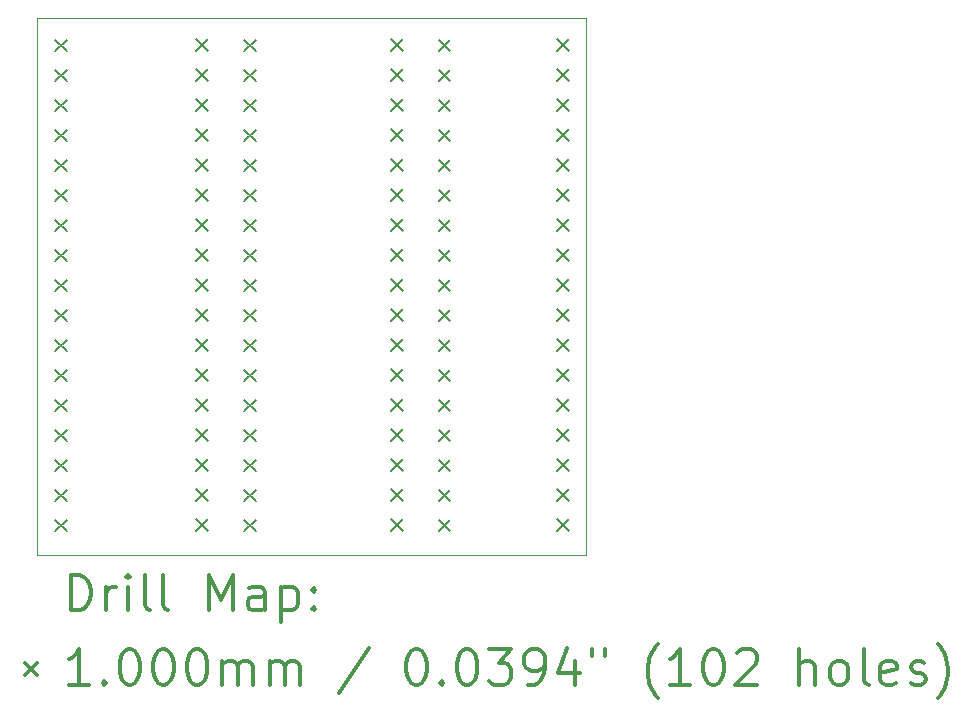
<source format=gbr>
%FSLAX45Y45*%
G04 Gerber Fmt 4.5, Leading zero omitted, Abs format (unit mm)*
G04 Created by KiCad (PCBNEW 5.1.10) date 2021-10-22 01:19:01*
%MOMM*%
%LPD*%
G01*
G04 APERTURE LIST*
%TA.AperFunction,Profile*%
%ADD10C,0.050000*%
%TD*%
%ADD11C,0.200000*%
%ADD12C,0.300000*%
G04 APERTURE END LIST*
D10*
X3650000Y-4450000D02*
X8300000Y-4450000D01*
X3650000Y-9000000D02*
X3650000Y-4450000D01*
X8300000Y-9000000D02*
X3650000Y-9000000D01*
X8300000Y-4450000D02*
X8300000Y-9000000D01*
D11*
X3800000Y-4636500D02*
X3900000Y-4736500D01*
X3900000Y-4636500D02*
X3800000Y-4736500D01*
X3800000Y-4890500D02*
X3900000Y-4990500D01*
X3900000Y-4890500D02*
X3800000Y-4990500D01*
X3800000Y-5144500D02*
X3900000Y-5244500D01*
X3900000Y-5144500D02*
X3800000Y-5244500D01*
X3800000Y-5398500D02*
X3900000Y-5498500D01*
X3900000Y-5398500D02*
X3800000Y-5498500D01*
X3800000Y-5652500D02*
X3900000Y-5752500D01*
X3900000Y-5652500D02*
X3800000Y-5752500D01*
X3800000Y-5906500D02*
X3900000Y-6006500D01*
X3900000Y-5906500D02*
X3800000Y-6006500D01*
X3800000Y-6160500D02*
X3900000Y-6260500D01*
X3900000Y-6160500D02*
X3800000Y-6260500D01*
X3800000Y-6414500D02*
X3900000Y-6514500D01*
X3900000Y-6414500D02*
X3800000Y-6514500D01*
X3800000Y-6668500D02*
X3900000Y-6768500D01*
X3900000Y-6668500D02*
X3800000Y-6768500D01*
X3800000Y-6922500D02*
X3900000Y-7022500D01*
X3900000Y-6922500D02*
X3800000Y-7022500D01*
X3800000Y-7176500D02*
X3900000Y-7276500D01*
X3900000Y-7176500D02*
X3800000Y-7276500D01*
X3800000Y-7430500D02*
X3900000Y-7530500D01*
X3900000Y-7430500D02*
X3800000Y-7530500D01*
X3800000Y-7684500D02*
X3900000Y-7784500D01*
X3900000Y-7684500D02*
X3800000Y-7784500D01*
X3800000Y-7938500D02*
X3900000Y-8038500D01*
X3900000Y-7938500D02*
X3800000Y-8038500D01*
X3800000Y-8192500D02*
X3900000Y-8292500D01*
X3900000Y-8192500D02*
X3800000Y-8292500D01*
X3800000Y-8446500D02*
X3900000Y-8546500D01*
X3900000Y-8446500D02*
X3800000Y-8546500D01*
X3800000Y-8700500D02*
X3900000Y-8800500D01*
X3900000Y-8700500D02*
X3800000Y-8800500D01*
X5000000Y-4632500D02*
X5100000Y-4732500D01*
X5100000Y-4632500D02*
X5000000Y-4732500D01*
X5000000Y-4886500D02*
X5100000Y-4986500D01*
X5100000Y-4886500D02*
X5000000Y-4986500D01*
X5000000Y-5140500D02*
X5100000Y-5240500D01*
X5100000Y-5140500D02*
X5000000Y-5240500D01*
X5000000Y-5394500D02*
X5100000Y-5494500D01*
X5100000Y-5394500D02*
X5000000Y-5494500D01*
X5000000Y-5648500D02*
X5100000Y-5748500D01*
X5100000Y-5648500D02*
X5000000Y-5748500D01*
X5000000Y-5902500D02*
X5100000Y-6002500D01*
X5100000Y-5902500D02*
X5000000Y-6002500D01*
X5000000Y-6156500D02*
X5100000Y-6256500D01*
X5100000Y-6156500D02*
X5000000Y-6256500D01*
X5000000Y-6410500D02*
X5100000Y-6510500D01*
X5100000Y-6410500D02*
X5000000Y-6510500D01*
X5000000Y-6664500D02*
X5100000Y-6764500D01*
X5100000Y-6664500D02*
X5000000Y-6764500D01*
X5000000Y-6918500D02*
X5100000Y-7018500D01*
X5100000Y-6918500D02*
X5000000Y-7018500D01*
X5000000Y-7172500D02*
X5100000Y-7272500D01*
X5100000Y-7172500D02*
X5000000Y-7272500D01*
X5000000Y-7426500D02*
X5100000Y-7526500D01*
X5100000Y-7426500D02*
X5000000Y-7526500D01*
X5000000Y-7680500D02*
X5100000Y-7780500D01*
X5100000Y-7680500D02*
X5000000Y-7780500D01*
X5000000Y-7934500D02*
X5100000Y-8034500D01*
X5100000Y-7934500D02*
X5000000Y-8034500D01*
X5000000Y-8188500D02*
X5100000Y-8288500D01*
X5100000Y-8188500D02*
X5000000Y-8288500D01*
X5000000Y-8442500D02*
X5100000Y-8542500D01*
X5100000Y-8442500D02*
X5000000Y-8542500D01*
X5000000Y-8696500D02*
X5100000Y-8796500D01*
X5100000Y-8696500D02*
X5000000Y-8796500D01*
X5400000Y-4636500D02*
X5500000Y-4736500D01*
X5500000Y-4636500D02*
X5400000Y-4736500D01*
X5400000Y-4890500D02*
X5500000Y-4990500D01*
X5500000Y-4890500D02*
X5400000Y-4990500D01*
X5400000Y-5144500D02*
X5500000Y-5244500D01*
X5500000Y-5144500D02*
X5400000Y-5244500D01*
X5400000Y-5398500D02*
X5500000Y-5498500D01*
X5500000Y-5398500D02*
X5400000Y-5498500D01*
X5400000Y-5652500D02*
X5500000Y-5752500D01*
X5500000Y-5652500D02*
X5400000Y-5752500D01*
X5400000Y-5906500D02*
X5500000Y-6006500D01*
X5500000Y-5906500D02*
X5400000Y-6006500D01*
X5400000Y-6160500D02*
X5500000Y-6260500D01*
X5500000Y-6160500D02*
X5400000Y-6260500D01*
X5400000Y-6414500D02*
X5500000Y-6514500D01*
X5500000Y-6414500D02*
X5400000Y-6514500D01*
X5400000Y-6668500D02*
X5500000Y-6768500D01*
X5500000Y-6668500D02*
X5400000Y-6768500D01*
X5400000Y-6922500D02*
X5500000Y-7022500D01*
X5500000Y-6922500D02*
X5400000Y-7022500D01*
X5400000Y-7176500D02*
X5500000Y-7276500D01*
X5500000Y-7176500D02*
X5400000Y-7276500D01*
X5400000Y-7430500D02*
X5500000Y-7530500D01*
X5500000Y-7430500D02*
X5400000Y-7530500D01*
X5400000Y-7684500D02*
X5500000Y-7784500D01*
X5500000Y-7684500D02*
X5400000Y-7784500D01*
X5400000Y-7938500D02*
X5500000Y-8038500D01*
X5500000Y-7938500D02*
X5400000Y-8038500D01*
X5400000Y-8192500D02*
X5500000Y-8292500D01*
X5500000Y-8192500D02*
X5400000Y-8292500D01*
X5400000Y-8446500D02*
X5500000Y-8546500D01*
X5500000Y-8446500D02*
X5400000Y-8546500D01*
X5400000Y-8700500D02*
X5500000Y-8800500D01*
X5500000Y-8700500D02*
X5400000Y-8800500D01*
X6650000Y-4632500D02*
X6750000Y-4732500D01*
X6750000Y-4632500D02*
X6650000Y-4732500D01*
X6650000Y-4886500D02*
X6750000Y-4986500D01*
X6750000Y-4886500D02*
X6650000Y-4986500D01*
X6650000Y-5140500D02*
X6750000Y-5240500D01*
X6750000Y-5140500D02*
X6650000Y-5240500D01*
X6650000Y-5394500D02*
X6750000Y-5494500D01*
X6750000Y-5394500D02*
X6650000Y-5494500D01*
X6650000Y-5648500D02*
X6750000Y-5748500D01*
X6750000Y-5648500D02*
X6650000Y-5748500D01*
X6650000Y-5902500D02*
X6750000Y-6002500D01*
X6750000Y-5902500D02*
X6650000Y-6002500D01*
X6650000Y-6156500D02*
X6750000Y-6256500D01*
X6750000Y-6156500D02*
X6650000Y-6256500D01*
X6650000Y-6410500D02*
X6750000Y-6510500D01*
X6750000Y-6410500D02*
X6650000Y-6510500D01*
X6650000Y-6664500D02*
X6750000Y-6764500D01*
X6750000Y-6664500D02*
X6650000Y-6764500D01*
X6650000Y-6918500D02*
X6750000Y-7018500D01*
X6750000Y-6918500D02*
X6650000Y-7018500D01*
X6650000Y-7172500D02*
X6750000Y-7272500D01*
X6750000Y-7172500D02*
X6650000Y-7272500D01*
X6650000Y-7426500D02*
X6750000Y-7526500D01*
X6750000Y-7426500D02*
X6650000Y-7526500D01*
X6650000Y-7680500D02*
X6750000Y-7780500D01*
X6750000Y-7680500D02*
X6650000Y-7780500D01*
X6650000Y-7934500D02*
X6750000Y-8034500D01*
X6750000Y-7934500D02*
X6650000Y-8034500D01*
X6650000Y-8188500D02*
X6750000Y-8288500D01*
X6750000Y-8188500D02*
X6650000Y-8288500D01*
X6650000Y-8442500D02*
X6750000Y-8542500D01*
X6750000Y-8442500D02*
X6650000Y-8542500D01*
X6650000Y-8696500D02*
X6750000Y-8796500D01*
X6750000Y-8696500D02*
X6650000Y-8796500D01*
X7050000Y-4636500D02*
X7150000Y-4736500D01*
X7150000Y-4636500D02*
X7050000Y-4736500D01*
X7050000Y-4890500D02*
X7150000Y-4990500D01*
X7150000Y-4890500D02*
X7050000Y-4990500D01*
X7050000Y-5144500D02*
X7150000Y-5244500D01*
X7150000Y-5144500D02*
X7050000Y-5244500D01*
X7050000Y-5398500D02*
X7150000Y-5498500D01*
X7150000Y-5398500D02*
X7050000Y-5498500D01*
X7050000Y-5652500D02*
X7150000Y-5752500D01*
X7150000Y-5652500D02*
X7050000Y-5752500D01*
X7050000Y-5906500D02*
X7150000Y-6006500D01*
X7150000Y-5906500D02*
X7050000Y-6006500D01*
X7050000Y-6160500D02*
X7150000Y-6260500D01*
X7150000Y-6160500D02*
X7050000Y-6260500D01*
X7050000Y-6414500D02*
X7150000Y-6514500D01*
X7150000Y-6414500D02*
X7050000Y-6514500D01*
X7050000Y-6668500D02*
X7150000Y-6768500D01*
X7150000Y-6668500D02*
X7050000Y-6768500D01*
X7050000Y-6922500D02*
X7150000Y-7022500D01*
X7150000Y-6922500D02*
X7050000Y-7022500D01*
X7050000Y-7176500D02*
X7150000Y-7276500D01*
X7150000Y-7176500D02*
X7050000Y-7276500D01*
X7050000Y-7430500D02*
X7150000Y-7530500D01*
X7150000Y-7430500D02*
X7050000Y-7530500D01*
X7050000Y-7684500D02*
X7150000Y-7784500D01*
X7150000Y-7684500D02*
X7050000Y-7784500D01*
X7050000Y-7938500D02*
X7150000Y-8038500D01*
X7150000Y-7938500D02*
X7050000Y-8038500D01*
X7050000Y-8192500D02*
X7150000Y-8292500D01*
X7150000Y-8192500D02*
X7050000Y-8292500D01*
X7050000Y-8446500D02*
X7150000Y-8546500D01*
X7150000Y-8446500D02*
X7050000Y-8546500D01*
X7050000Y-8700500D02*
X7150000Y-8800500D01*
X7150000Y-8700500D02*
X7050000Y-8800500D01*
X8050000Y-4632500D02*
X8150000Y-4732500D01*
X8150000Y-4632500D02*
X8050000Y-4732500D01*
X8050000Y-4886500D02*
X8150000Y-4986500D01*
X8150000Y-4886500D02*
X8050000Y-4986500D01*
X8050000Y-5140500D02*
X8150000Y-5240500D01*
X8150000Y-5140500D02*
X8050000Y-5240500D01*
X8050000Y-5394500D02*
X8150000Y-5494500D01*
X8150000Y-5394500D02*
X8050000Y-5494500D01*
X8050000Y-5648500D02*
X8150000Y-5748500D01*
X8150000Y-5648500D02*
X8050000Y-5748500D01*
X8050000Y-5902500D02*
X8150000Y-6002500D01*
X8150000Y-5902500D02*
X8050000Y-6002500D01*
X8050000Y-6156500D02*
X8150000Y-6256500D01*
X8150000Y-6156500D02*
X8050000Y-6256500D01*
X8050000Y-6410500D02*
X8150000Y-6510500D01*
X8150000Y-6410500D02*
X8050000Y-6510500D01*
X8050000Y-6664500D02*
X8150000Y-6764500D01*
X8150000Y-6664500D02*
X8050000Y-6764500D01*
X8050000Y-6918500D02*
X8150000Y-7018500D01*
X8150000Y-6918500D02*
X8050000Y-7018500D01*
X8050000Y-7172500D02*
X8150000Y-7272500D01*
X8150000Y-7172500D02*
X8050000Y-7272500D01*
X8050000Y-7426500D02*
X8150000Y-7526500D01*
X8150000Y-7426500D02*
X8050000Y-7526500D01*
X8050000Y-7680500D02*
X8150000Y-7780500D01*
X8150000Y-7680500D02*
X8050000Y-7780500D01*
X8050000Y-7934500D02*
X8150000Y-8034500D01*
X8150000Y-7934500D02*
X8050000Y-8034500D01*
X8050000Y-8188500D02*
X8150000Y-8288500D01*
X8150000Y-8188500D02*
X8050000Y-8288500D01*
X8050000Y-8442500D02*
X8150000Y-8542500D01*
X8150000Y-8442500D02*
X8050000Y-8542500D01*
X8050000Y-8696500D02*
X8150000Y-8796500D01*
X8150000Y-8696500D02*
X8050000Y-8796500D01*
D12*
X3933928Y-9468214D02*
X3933928Y-9168214D01*
X4005357Y-9168214D01*
X4048214Y-9182500D01*
X4076786Y-9211072D01*
X4091071Y-9239643D01*
X4105357Y-9296786D01*
X4105357Y-9339643D01*
X4091071Y-9396786D01*
X4076786Y-9425357D01*
X4048214Y-9453929D01*
X4005357Y-9468214D01*
X3933928Y-9468214D01*
X4233928Y-9468214D02*
X4233928Y-9268214D01*
X4233928Y-9325357D02*
X4248214Y-9296786D01*
X4262500Y-9282500D01*
X4291071Y-9268214D01*
X4319643Y-9268214D01*
X4419643Y-9468214D02*
X4419643Y-9268214D01*
X4419643Y-9168214D02*
X4405357Y-9182500D01*
X4419643Y-9196786D01*
X4433928Y-9182500D01*
X4419643Y-9168214D01*
X4419643Y-9196786D01*
X4605357Y-9468214D02*
X4576786Y-9453929D01*
X4562500Y-9425357D01*
X4562500Y-9168214D01*
X4762500Y-9468214D02*
X4733928Y-9453929D01*
X4719643Y-9425357D01*
X4719643Y-9168214D01*
X5105357Y-9468214D02*
X5105357Y-9168214D01*
X5205357Y-9382500D01*
X5305357Y-9168214D01*
X5305357Y-9468214D01*
X5576786Y-9468214D02*
X5576786Y-9311072D01*
X5562500Y-9282500D01*
X5533928Y-9268214D01*
X5476786Y-9268214D01*
X5448214Y-9282500D01*
X5576786Y-9453929D02*
X5548214Y-9468214D01*
X5476786Y-9468214D01*
X5448214Y-9453929D01*
X5433928Y-9425357D01*
X5433928Y-9396786D01*
X5448214Y-9368214D01*
X5476786Y-9353929D01*
X5548214Y-9353929D01*
X5576786Y-9339643D01*
X5719643Y-9268214D02*
X5719643Y-9568214D01*
X5719643Y-9282500D02*
X5748214Y-9268214D01*
X5805357Y-9268214D01*
X5833928Y-9282500D01*
X5848214Y-9296786D01*
X5862500Y-9325357D01*
X5862500Y-9411072D01*
X5848214Y-9439643D01*
X5833928Y-9453929D01*
X5805357Y-9468214D01*
X5748214Y-9468214D01*
X5719643Y-9453929D01*
X5991071Y-9439643D02*
X6005357Y-9453929D01*
X5991071Y-9468214D01*
X5976786Y-9453929D01*
X5991071Y-9439643D01*
X5991071Y-9468214D01*
X5991071Y-9282500D02*
X6005357Y-9296786D01*
X5991071Y-9311072D01*
X5976786Y-9296786D01*
X5991071Y-9282500D01*
X5991071Y-9311072D01*
X3547500Y-9912500D02*
X3647500Y-10012500D01*
X3647500Y-9912500D02*
X3547500Y-10012500D01*
X4091071Y-10098214D02*
X3919643Y-10098214D01*
X4005357Y-10098214D02*
X4005357Y-9798214D01*
X3976786Y-9841072D01*
X3948214Y-9869643D01*
X3919643Y-9883929D01*
X4219643Y-10069643D02*
X4233928Y-10083929D01*
X4219643Y-10098214D01*
X4205357Y-10083929D01*
X4219643Y-10069643D01*
X4219643Y-10098214D01*
X4419643Y-9798214D02*
X4448214Y-9798214D01*
X4476786Y-9812500D01*
X4491071Y-9826786D01*
X4505357Y-9855357D01*
X4519643Y-9912500D01*
X4519643Y-9983929D01*
X4505357Y-10041072D01*
X4491071Y-10069643D01*
X4476786Y-10083929D01*
X4448214Y-10098214D01*
X4419643Y-10098214D01*
X4391071Y-10083929D01*
X4376786Y-10069643D01*
X4362500Y-10041072D01*
X4348214Y-9983929D01*
X4348214Y-9912500D01*
X4362500Y-9855357D01*
X4376786Y-9826786D01*
X4391071Y-9812500D01*
X4419643Y-9798214D01*
X4705357Y-9798214D02*
X4733928Y-9798214D01*
X4762500Y-9812500D01*
X4776786Y-9826786D01*
X4791071Y-9855357D01*
X4805357Y-9912500D01*
X4805357Y-9983929D01*
X4791071Y-10041072D01*
X4776786Y-10069643D01*
X4762500Y-10083929D01*
X4733928Y-10098214D01*
X4705357Y-10098214D01*
X4676786Y-10083929D01*
X4662500Y-10069643D01*
X4648214Y-10041072D01*
X4633928Y-9983929D01*
X4633928Y-9912500D01*
X4648214Y-9855357D01*
X4662500Y-9826786D01*
X4676786Y-9812500D01*
X4705357Y-9798214D01*
X4991071Y-9798214D02*
X5019643Y-9798214D01*
X5048214Y-9812500D01*
X5062500Y-9826786D01*
X5076786Y-9855357D01*
X5091071Y-9912500D01*
X5091071Y-9983929D01*
X5076786Y-10041072D01*
X5062500Y-10069643D01*
X5048214Y-10083929D01*
X5019643Y-10098214D01*
X4991071Y-10098214D01*
X4962500Y-10083929D01*
X4948214Y-10069643D01*
X4933928Y-10041072D01*
X4919643Y-9983929D01*
X4919643Y-9912500D01*
X4933928Y-9855357D01*
X4948214Y-9826786D01*
X4962500Y-9812500D01*
X4991071Y-9798214D01*
X5219643Y-10098214D02*
X5219643Y-9898214D01*
X5219643Y-9926786D02*
X5233928Y-9912500D01*
X5262500Y-9898214D01*
X5305357Y-9898214D01*
X5333928Y-9912500D01*
X5348214Y-9941072D01*
X5348214Y-10098214D01*
X5348214Y-9941072D02*
X5362500Y-9912500D01*
X5391071Y-9898214D01*
X5433928Y-9898214D01*
X5462500Y-9912500D01*
X5476786Y-9941072D01*
X5476786Y-10098214D01*
X5619643Y-10098214D02*
X5619643Y-9898214D01*
X5619643Y-9926786D02*
X5633928Y-9912500D01*
X5662500Y-9898214D01*
X5705357Y-9898214D01*
X5733928Y-9912500D01*
X5748214Y-9941072D01*
X5748214Y-10098214D01*
X5748214Y-9941072D02*
X5762500Y-9912500D01*
X5791071Y-9898214D01*
X5833928Y-9898214D01*
X5862500Y-9912500D01*
X5876786Y-9941072D01*
X5876786Y-10098214D01*
X6462500Y-9783929D02*
X6205357Y-10169643D01*
X6848214Y-9798214D02*
X6876786Y-9798214D01*
X6905357Y-9812500D01*
X6919643Y-9826786D01*
X6933928Y-9855357D01*
X6948214Y-9912500D01*
X6948214Y-9983929D01*
X6933928Y-10041072D01*
X6919643Y-10069643D01*
X6905357Y-10083929D01*
X6876786Y-10098214D01*
X6848214Y-10098214D01*
X6819643Y-10083929D01*
X6805357Y-10069643D01*
X6791071Y-10041072D01*
X6776786Y-9983929D01*
X6776786Y-9912500D01*
X6791071Y-9855357D01*
X6805357Y-9826786D01*
X6819643Y-9812500D01*
X6848214Y-9798214D01*
X7076786Y-10069643D02*
X7091071Y-10083929D01*
X7076786Y-10098214D01*
X7062500Y-10083929D01*
X7076786Y-10069643D01*
X7076786Y-10098214D01*
X7276786Y-9798214D02*
X7305357Y-9798214D01*
X7333928Y-9812500D01*
X7348214Y-9826786D01*
X7362500Y-9855357D01*
X7376786Y-9912500D01*
X7376786Y-9983929D01*
X7362500Y-10041072D01*
X7348214Y-10069643D01*
X7333928Y-10083929D01*
X7305357Y-10098214D01*
X7276786Y-10098214D01*
X7248214Y-10083929D01*
X7233928Y-10069643D01*
X7219643Y-10041072D01*
X7205357Y-9983929D01*
X7205357Y-9912500D01*
X7219643Y-9855357D01*
X7233928Y-9826786D01*
X7248214Y-9812500D01*
X7276786Y-9798214D01*
X7476786Y-9798214D02*
X7662500Y-9798214D01*
X7562500Y-9912500D01*
X7605357Y-9912500D01*
X7633928Y-9926786D01*
X7648214Y-9941072D01*
X7662500Y-9969643D01*
X7662500Y-10041072D01*
X7648214Y-10069643D01*
X7633928Y-10083929D01*
X7605357Y-10098214D01*
X7519643Y-10098214D01*
X7491071Y-10083929D01*
X7476786Y-10069643D01*
X7805357Y-10098214D02*
X7862500Y-10098214D01*
X7891071Y-10083929D01*
X7905357Y-10069643D01*
X7933928Y-10026786D01*
X7948214Y-9969643D01*
X7948214Y-9855357D01*
X7933928Y-9826786D01*
X7919643Y-9812500D01*
X7891071Y-9798214D01*
X7833928Y-9798214D01*
X7805357Y-9812500D01*
X7791071Y-9826786D01*
X7776786Y-9855357D01*
X7776786Y-9926786D01*
X7791071Y-9955357D01*
X7805357Y-9969643D01*
X7833928Y-9983929D01*
X7891071Y-9983929D01*
X7919643Y-9969643D01*
X7933928Y-9955357D01*
X7948214Y-9926786D01*
X8205357Y-9898214D02*
X8205357Y-10098214D01*
X8133928Y-9783929D02*
X8062500Y-9998214D01*
X8248214Y-9998214D01*
X8348214Y-9798214D02*
X8348214Y-9855357D01*
X8462500Y-9798214D02*
X8462500Y-9855357D01*
X8905357Y-10212500D02*
X8891071Y-10198214D01*
X8862500Y-10155357D01*
X8848214Y-10126786D01*
X8833928Y-10083929D01*
X8819643Y-10012500D01*
X8819643Y-9955357D01*
X8833928Y-9883929D01*
X8848214Y-9841072D01*
X8862500Y-9812500D01*
X8891071Y-9769643D01*
X8905357Y-9755357D01*
X9176786Y-10098214D02*
X9005357Y-10098214D01*
X9091071Y-10098214D02*
X9091071Y-9798214D01*
X9062500Y-9841072D01*
X9033928Y-9869643D01*
X9005357Y-9883929D01*
X9362500Y-9798214D02*
X9391071Y-9798214D01*
X9419643Y-9812500D01*
X9433928Y-9826786D01*
X9448214Y-9855357D01*
X9462500Y-9912500D01*
X9462500Y-9983929D01*
X9448214Y-10041072D01*
X9433928Y-10069643D01*
X9419643Y-10083929D01*
X9391071Y-10098214D01*
X9362500Y-10098214D01*
X9333928Y-10083929D01*
X9319643Y-10069643D01*
X9305357Y-10041072D01*
X9291071Y-9983929D01*
X9291071Y-9912500D01*
X9305357Y-9855357D01*
X9319643Y-9826786D01*
X9333928Y-9812500D01*
X9362500Y-9798214D01*
X9576786Y-9826786D02*
X9591071Y-9812500D01*
X9619643Y-9798214D01*
X9691071Y-9798214D01*
X9719643Y-9812500D01*
X9733928Y-9826786D01*
X9748214Y-9855357D01*
X9748214Y-9883929D01*
X9733928Y-9926786D01*
X9562500Y-10098214D01*
X9748214Y-10098214D01*
X10105357Y-10098214D02*
X10105357Y-9798214D01*
X10233928Y-10098214D02*
X10233928Y-9941072D01*
X10219643Y-9912500D01*
X10191071Y-9898214D01*
X10148214Y-9898214D01*
X10119643Y-9912500D01*
X10105357Y-9926786D01*
X10419643Y-10098214D02*
X10391071Y-10083929D01*
X10376786Y-10069643D01*
X10362500Y-10041072D01*
X10362500Y-9955357D01*
X10376786Y-9926786D01*
X10391071Y-9912500D01*
X10419643Y-9898214D01*
X10462500Y-9898214D01*
X10491071Y-9912500D01*
X10505357Y-9926786D01*
X10519643Y-9955357D01*
X10519643Y-10041072D01*
X10505357Y-10069643D01*
X10491071Y-10083929D01*
X10462500Y-10098214D01*
X10419643Y-10098214D01*
X10691071Y-10098214D02*
X10662500Y-10083929D01*
X10648214Y-10055357D01*
X10648214Y-9798214D01*
X10919643Y-10083929D02*
X10891071Y-10098214D01*
X10833928Y-10098214D01*
X10805357Y-10083929D01*
X10791071Y-10055357D01*
X10791071Y-9941072D01*
X10805357Y-9912500D01*
X10833928Y-9898214D01*
X10891071Y-9898214D01*
X10919643Y-9912500D01*
X10933928Y-9941072D01*
X10933928Y-9969643D01*
X10791071Y-9998214D01*
X11048214Y-10083929D02*
X11076786Y-10098214D01*
X11133928Y-10098214D01*
X11162500Y-10083929D01*
X11176786Y-10055357D01*
X11176786Y-10041072D01*
X11162500Y-10012500D01*
X11133928Y-9998214D01*
X11091071Y-9998214D01*
X11062500Y-9983929D01*
X11048214Y-9955357D01*
X11048214Y-9941072D01*
X11062500Y-9912500D01*
X11091071Y-9898214D01*
X11133928Y-9898214D01*
X11162500Y-9912500D01*
X11276786Y-10212500D02*
X11291071Y-10198214D01*
X11319643Y-10155357D01*
X11333928Y-10126786D01*
X11348214Y-10083929D01*
X11362500Y-10012500D01*
X11362500Y-9955357D01*
X11348214Y-9883929D01*
X11333928Y-9841072D01*
X11319643Y-9812500D01*
X11291071Y-9769643D01*
X11276786Y-9755357D01*
M02*

</source>
